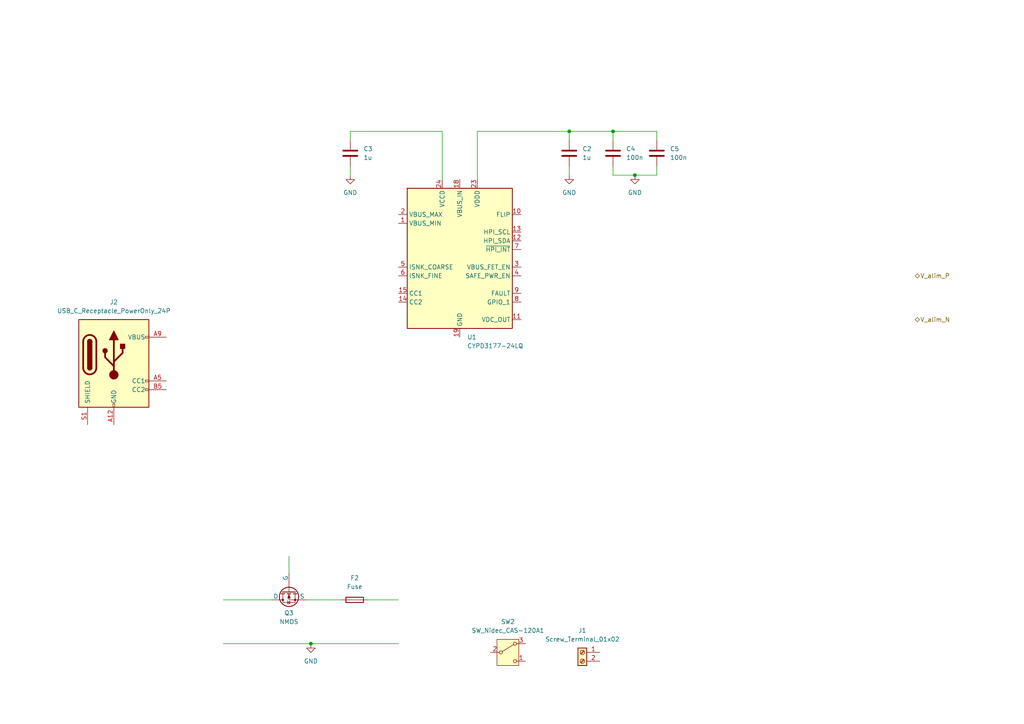
<source format=kicad_sch>
(kicad_sch (version 20250114) (generator "eeschema") (generator_version "9.0")
  (paper "A4")
  (lib_symbols
    (symbol "Connector:Screw_Terminal_01x02" (pin_names (offset 1.016) (hide yes))
      (property "Reference" "J" (at 0 2.54 0))
      (property "Value" "Screw_Terminal_01x02" (at 0 -5.08 0))
      (symbol "Screw_Terminal_01x02_1_1"
        (rectangle (start -1.27 1.27) (end 1.27 -3.81) (stroke (width 0.254)) (fill (type background)))
        (polyline (pts (xy -0.5334 0.3302) (xy 0.3302 -0.508)) (stroke (width 0.1524)))
        (polyline (pts (xy -0.5334 -2.2098) (xy 0.3302 -3.048)) (stroke (width 0.1524)))
        (polyline (pts (xy -0.3556 0.508) (xy 0.508 -0.3302)) (stroke (width 0.1524)))
        (polyline (pts (xy -0.3556 -2.032) (xy 0.508 -2.8702)) (stroke (width 0.1524)))
        (circle (center 0 0) (radius 0.635) (stroke (width 0.1524)))
        (circle (center 0 -2.54) (radius 0.635) (stroke (width 0.1524)))
        (pin passive line (at -5.08 0 0) (length 3.81) (name "Pin_1") (number "1"))
        (pin passive line (at -5.08 -2.54 0) (length 3.81) (name "Pin_2") (number "2"))
      )
    )
    (symbol "Connector:USB_C_Receptacle_PowerOnly_24P" (pin_names (offset 1.016))
      (property "Reference" "J" (at 0 16.51 0))
      (property "Value" "USB_C_Receptacle_PowerOnly_24P" (at 0 13.97 0))
      (symbol "USB_C_Receptacle_PowerOnly_24P_0_0"
        (rectangle (start -0.254 -12.7) (end 0.254 -11.684))
        (rectangle (start 10.16 7.874) (end 9.144 7.366))
        (rectangle (start 10.16 -4.826) (end 9.144 -5.334))
        (rectangle (start 10.16 -7.366) (end 9.144 -7.874))
      )
      (symbol "USB_C_Receptacle_PowerOnly_24P_0_1"
        (rectangle (start -10.16 12.7) (end 10.16 -12.7) (stroke (width 0.254)) (fill (type background)))
        (polyline (pts (xy -8.89 -1.27) (xy -8.89 6.35)) (stroke (width 0.508)))
        (rectangle (start -7.62 -1.27) (end -6.35 6.35) (stroke (width 0.254)) (fill (type outline)))
        (arc (start -7.62 6.35) (mid -6.985 6.9823) (end -6.35 6.35) (stroke (width 0.254)))
        (arc (start -7.62 6.35) (mid -6.985 6.9823) (end -6.35 6.35) (stroke (width 0.254)) (fill (type outline)))
        (arc (start -8.89 6.35) (mid -6.985 8.2467) (end -5.08 6.35) (stroke (width 0.508)))
        (arc (start -5.08 -1.27) (mid -6.985 -3.1667) (end -8.89 -1.27) (stroke (width 0.508)))
        (arc (start -6.35 -1.27) (mid -6.985 -1.9023) (end -7.62 -1.27) (stroke (width 0.254)))
        (arc (start -6.35 -1.27) (mid -6.985 -1.9023) (end -7.62 -1.27) (stroke (width 0.254)) (fill (type outline)))
        (polyline (pts (xy -5.08 6.35) (xy -5.08 -1.27)) (stroke (width 0.508)))
        (circle (center -2.54 3.683) (radius 0.635) (stroke (width 0.254)) (fill (type outline)))
        (polyline (pts (xy -1.27 6.858) (xy 0 9.398) (xy 1.27 6.858) (xy -1.27 6.858)) (stroke (width 0.254)) (fill (type outline)))
        (polyline (pts (xy 0 0.508) (xy 2.54 3.048) (xy 2.54 4.318)) (stroke (width 0.508)))
        (polyline (pts (xy 0 -0.762) (xy -2.54 1.778) (xy -2.54 3.048)) (stroke (width 0.508)))
        (polyline (pts (xy 0 -3.302) (xy 0 6.858)) (stroke (width 0.508)))
        (circle (center 0 -3.302) (radius 1.27) (fill (type outline)))
        (rectangle (start 1.905 4.318) (end 3.175 5.588) (stroke (width 0.254)) (fill (type outline)))
      )
      (symbol "USB_C_Receptacle_PowerOnly_24P_1_1"
        (pin passive line (at -7.62 -17.78 90) (length 5.08) (name "SHIELD") (number "S1"))
        (pin passive line (at 0 -17.78 90) (length 5.08) (hide yes) (name "GND") (number "A1"))
        (pin power_in line (at 0 -17.78 90) (length 5.08) (name "GND") (number "A12"))
        (pin passive line (at 0 -17.78 90) (length 5.08) (hide yes) (name "GND") (number "B1"))
        (pin passive line (at 0 -17.78 90) (length 5.08) (hide yes) (name "GND") (number "B12"))
        (pin passive line (at 15.24 7.62 180) (length 5.08) (hide yes) (name "VBUS") (number "A4"))
        (pin power_in line (at 15.24 7.62 180) (length 5.08) (name "VBUS") (number "A9"))
        (pin passive line (at 15.24 7.62 180) (length 5.08) (hide yes) (name "VBUS") (number "B4"))
        (pin passive line (at 15.24 7.62 180) (length 5.08) (hide yes) (name "VBUS") (number "B9"))
        (pin bidirectional line (at 15.24 -5.08 180) (length 5.08) (name "CC1") (number "A5"))
        (pin bidirectional line (at 15.24 -7.62 180) (length 5.08) (name "CC2") (number "B5"))
      )
    )
    (symbol "Device:C" (pin_numbers (hide yes)) (pin_names (offset 0.254))
      (property "Reference" "C" (at 0.635 2.54 0))
      (property "Value" "C" (at 0.635 -2.54 0))
      (symbol "C_0_1"
        (polyline (pts (xy -2.032 0.762) (xy 2.032 0.762)) (stroke (width 0.508)))
        (polyline (pts (xy -2.032 -0.762) (xy 2.032 -0.762)) (stroke (width 0.508)))
      )
      (symbol "C_1_1"
        (pin passive line (at 0 3.81 270) (length 2.794) (name "~") (number "1"))
        (pin passive line (at 0 -3.81 90) (length 2.794) (name "~") (number "2"))
      )
    )
    (symbol "Device:Fuse" (pin_numbers (hide yes)) (pin_names (offset 0))
      (property "Reference" "F" (at 2.032 0 90))
      (property "Value" "Fuse" (at -1.905 0 90))
      (symbol "Fuse_0_1"
        (rectangle (start -0.762 -2.54) (end 0.762 2.54) (stroke (width 0.254)))
        (polyline (pts (xy 0 2.54) (xy 0 -2.54)))
      )
      (symbol "Fuse_1_1"
        (pin passive line (at 0 3.81 270) (length 1.27) (name "~") (number "1"))
        (pin passive line (at 0 -3.81 90) (length 1.27) (name "~") (number "2"))
      )
    )
    (symbol "Interface_USB:CYPD3177-24LQ"
      (property "Reference" "U" (at -13.97 21.59 0))
      (property "Value" "CYPD3177-24LQ" (at 10.16 -21.59 0))
      (symbol "CYPD3177-24LQ_0_1"
        (rectangle (start -15.24 20.32) (end 15.24 -20.32) (stroke (width 0.254)) (fill (type background)))
      )
      (symbol "CYPD3177-24LQ_1_1"
        (pin input line (at -17.78 12.7 0) (length 2.54) (name "VBUS_MAX") (number "2"))
        (pin input line (at -17.78 10.16 0) (length 2.54) (name "VBUS_MIN") (number "1"))
        (pin input line (at -17.78 -2.54 0) (length 2.54) (name "ISNK_COARSE") (number "5"))
        (pin input line (at -17.78 -5.08 0) (length 2.54) (name "ISNK_FINE") (number "6"))
        (pin bidirectional line (at -17.78 -10.16 0) (length 2.54) (name "CC1") (number "15"))
        (pin bidirectional line (at -17.78 -12.7 0) (length 2.54) (name "CC2") (number "14"))
        (pin no_connect line (at -15.24 5.08 0) (length 2.54) (hide yes) (name "NC") (number "17"))
        (pin no_connect line (at -15.24 2.54 0) (length 2.54) (hide yes) (name "NC") (number "16"))
        (pin power_out line (at -5.08 22.86 270) (length 2.54) (name "VCCD") (number "24"))
        (pin power_in line (at 0 22.86 270) (length 2.54) (name "VBUS_IN") (number "18"))
        (pin power_in line (at 0 -22.86 90) (length 2.54) (name "GND") (number "19"))
        (pin passive line (at 0 -22.86 90) (length 2.54) (hide yes) (name "GND") (number "22"))
        (pin passive line (at 0 -22.86 90) (length 2.54) (hide yes) (name "GND") (number "25"))
        (pin power_out line (at 5.08 22.86 270) (length 2.54) (name "VDDD") (number "23"))
        (pin no_connect line (at 15.24 17.78 180) (length 2.54) (hide yes) (name "NC") (number "20"))
        (pin no_connect line (at 15.24 15.24 180) (length 2.54) (hide yes) (name "NC") (number "21"))
        (pin output line (at 17.78 12.7 180) (length 2.54) (name "FLIP") (number "10"))
        (pin bidirectional line (at 17.78 7.62 180) (length 2.54) (name "HPI_SCL") (number "13"))
        (pin bidirectional line (at 17.78 5.08 180) (length 2.54) (name "HPI_SDA") (number "12"))
        (pin input line (at 17.78 2.54 180) (length 2.54) (name "~{HPI_INT}") (number "7"))
        (pin output line (at 17.78 -2.54 180) (length 2.54) (name "VBUS_FET_EN") (number "3"))
        (pin output line (at 17.78 -5.08 180) (length 2.54) (name "SAFE_PWR_EN") (number "4"))
        (pin output line (at 17.78 -10.16 180) (length 2.54) (name "FAULT") (number "9"))
        (pin bidirectional line (at 17.78 -12.7 180) (length 2.54) (name "GPIO_1") (number "8"))
        (pin output line (at 17.78 -17.78 180) (length 2.54) (name "VDC_OUT") (number "11"))
      )
    )
    (symbol "Simulation_SPICE:NMOS" (pin_numbers (hide yes)) (pin_names (offset 0))
      (property "Reference" "Q" (at 5.08 1.27 0))
      (property "Value" "NMOS" (at 5.08 -1.27 0))
      (symbol "NMOS_0_1"
        (polyline (pts (xy 0.254 1.905) (xy 0.254 -1.905)) (stroke (width 0.254)))
        (polyline (pts (xy 0.254 0) (xy -2.54 0)))
        (polyline (pts (xy 0.762 2.286) (xy 0.762 1.27)) (stroke (width 0.254)))
        (polyline (pts (xy 0.762 0.508) (xy 0.762 -0.508)) (stroke (width 0.254)))
        (polyline (pts (xy 0.762 -1.27) (xy 0.762 -2.286)) (stroke (width 0.254)))
        (polyline (pts (xy 0.762 -1.778) (xy 3.302 -1.778) (xy 3.302 1.778) (xy 0.762 1.778)))
        (polyline (pts (xy 1.016 0) (xy 2.032 0.381) (xy 2.032 -0.381) (xy 1.016 0)) (fill (type outline)))
        (circle (center 1.651 0) (radius 2.794) (stroke (width 0.254)))
        (polyline (pts (xy 2.54 2.54) (xy 2.54 1.778)))
        (circle (center 2.54 1.778) (radius 0.254) (fill (type outline)))
        (circle (center 2.54 -1.778) (radius 0.254) (fill (type outline)))
        (polyline (pts (xy 2.54 -2.54) (xy 2.54 0) (xy 0.762 0)))
        (polyline (pts (xy 2.794 0.508) (xy 2.921 0.381) (xy 3.683 0.381) (xy 3.81 0.254)))
        (polyline (pts (xy 3.302 0.381) (xy 2.921 -0.254) (xy 3.683 -0.254) (xy 3.302 0.381)))
      )
      (symbol "NMOS_1_1"
        (pin input line (at -5.08 0 0) (length 2.54) (name "G") (number "2"))
        (pin passive line (at 2.54 5.08 270) (length 2.54) (name "D") (number "1"))
        (pin passive line (at 2.54 -5.08 90) (length 2.54) (name "S") (number "3"))
      )
    )
    (symbol "Switch:SW_Nidec_CAS-120A1" (pin_names (offset 1) (hide yes))
      (property "Reference" "SW" (at 0 4.318 0))
      (property "Value" "SW_Nidec_CAS-120A1" (at 0 -5.08 0))
      (symbol "SW_Nidec_CAS-120A1_0_1"
        (circle (center -2.032 0) (radius 0.4572))
        (polyline (pts (xy -1.651 0.254) (xy 1.651 2.286)))
        (circle (center 2.032 2.54) (radius 0.4572))
        (circle (center 2.032 -2.54) (radius 0.4572))
      )
      (symbol "SW_Nidec_CAS-120A1_1_1"
        (rectangle (start -3.175 3.81) (end 3.175 -3.81) (fill (type background)))
        (pin passive line (at -5.08 0 0) (length 2.54) (name "B") (number "2"))
        (pin passive line (at 5.08 2.54 180) (length 2.54) (name "A") (number "3"))
        (pin passive line (at 5.08 -2.54 180) (length 2.54) (name "C") (number "1"))
      )
    )
    (symbol "power:GND" (power) (pin_numbers (hide yes)) (pin_names (offset 0) (hide yes))
      (property "Value" "GND" (at 0 -3.81 0))
      (symbol "GND_0_1"
        (polyline (pts (xy 0 0) (xy 0 -1.27) (xy 1.27 -1.27) (xy 0 -2.54) (xy -1.27 -1.27) (xy 0 -1.27)))
      )
      (symbol "GND_1_1"
        (pin power_in line (at 0 0 270) (length 0) (name "~") (number "1"))
      )
    )
  )
  (junction (at 177.8 38.1))
  (junction (at 184.15 50.8))
  (junction (at 165.1 38.1))
  (junction (at 90.17 186.69))
  (wire (pts (xy 190.5 38.1) (xy 190.5 40.64)))
  (wire (pts (xy 165.1 38.1) (xy 138.43 38.1)))
  (wire (pts (xy 64.77 173.99) (xy 78.74 173.99)))
  (wire (pts (xy 177.8 40.64) (xy 177.8 38.1)))
  (wire (pts (xy 88.9 173.99) (xy 99.06 173.99)))
  (wire (pts (xy 184.15 50.8) (xy 190.5 50.8)))
  (wire (pts (xy 138.43 38.1) (xy 138.43 52.07)))
  (wire (pts (xy 83.82 161.29) (xy 83.82 166.37)))
  (wire (pts (xy 165.1 50.8) (xy 165.1 48.26)))
  (wire (pts (xy 177.8 48.26) (xy 177.8 50.8)))
  (wire (pts (xy 128.27 38.1) (xy 101.6 38.1)))
  (wire (pts (xy 64.77 186.69) (xy 90.17 186.69)))
  (wire (pts (xy 90.17 186.69) (xy 115.57 186.69)))
  (wire (pts (xy 165.1 38.1) (xy 177.8 38.1)))
  (wire (pts (xy 128.27 52.07) (xy 128.27 38.1)))
  (wire (pts (xy 101.6 50.8) (xy 101.6 48.26)))
  (wire (pts (xy 177.8 38.1) (xy 190.5 38.1)))
  (wire (pts (xy 101.6 38.1) (xy 101.6 40.64)))
  (wire (pts (xy 177.8 50.8) (xy 184.15 50.8)))
  (wire (pts (xy 165.1 40.64) (xy 165.1 38.1)))
  (wire (pts (xy 106.68 173.99) (xy 115.57 173.99)))
  (wire (pts (xy 190.5 48.26) (xy 190.5 50.8)))
  (hierarchical_label "V_alim_N" (shape bidirectional) (at 265.43 92.71 0))
  (hierarchical_label "V_alim_P" (shape bidirectional) (at 265.43 80.01 0))
  (symbol (lib_id "Device:C") (at 165.1 44.45 0) (unit 1)
    (property "Reference" "C2" (at 168.91 43.1799 0) (effects (justify left)))
    (property "Value" "1u" (at 168.91 45.7199 0) (effects (justify left)))
    (property "Description" "Unpolarized capacitor" (effects (hide yes)))
  )
  (symbol (lib_id "Device:C") (at 190.5 44.45 0) (unit 1)
    (property "Reference" "C5" (at 194.31 43.1799 0) (effects (justify left)))
    (property "Value" "100n" (at 194.31 45.7199 0) (effects (justify left)))
    (property "Description" "Unpolarized capacitor" (effects (hide yes)))
  )
  (symbol (lib_id "power:GND") (at 101.6 50.8 0) (unit 1)
    (property "Reference" "#PWR04" (effects (hide yes)))
    (property "Value" "GND" (at 101.6 55.88 0))
    (property "Description" "Power symbol creates a global label with name \"GND\" , ground" (effects (hide yes)))
  )
  (symbol (lib_id "Device:Fuse") (at 102.87 173.99 90) (unit 1)
    (property "Reference" "F2" (at 102.87 167.64 90))
    (property "Value" "Fuse" (at 102.87 170.18 90))
    (property "Description" "Fuse" (effects (hide yes)))
  )
  (symbol (lib_id "Device:C") (at 177.8 44.45 0) (unit 1)
    (property "Reference" "C4" (at 181.61 43.1799 0) (effects (justify left)))
    (property "Value" "100n" (at 181.61 45.7199 0) (effects (justify left)))
    (property "Description" "Unpolarized capacitor" (effects (hide yes)))
  )
  (symbol (lib_id "Interface_USB:CYPD3177-24LQ") (at 133.35 74.93 0) (unit 1)
    (property "Reference" "U1" (at 135.4933 97.79 0) (effects (justify left)))
    (property "Value" "CYPD3177-24LQ" (at 135.4933 100.33 0) (effects (justify left)))
    (property "Footprint" "Package_DFN_QFN:QFN-24-1EP_4x4mm_P0.5mm_EP2.75x2.75mm" (effects (hide yes)))
    (property "Datasheet" "https://www.infineon.com/dgdl/Infineon-EZ-PD_BCR_Datasheet_USB_Type-C_Port_Controller_for_Power_Sinks-DataSheet-v03_00-EN.pdf?fileId=8ac78c8c7d0d8da4017d0ee7ce9d70ad" (effects (hide yes)))
    (property "Description" "Stand-alone USB PD controller (with sink Auto-run mode), QFN-24" (effects (hide yes)))
  )
  (symbol (lib_id "Switch:SW_Nidec_CAS-120A1") (at 147.32 189.23 0) (unit 1)
    (property "Reference" "SW2" (at 147.32 180.34 0))
    (property "Value" "SW_Nidec_CAS-120A1" (at 147.32 182.88 0))
    (property "Footprint" "Button_Switch_SMD:Nidec_Copal_CAS-120A" (effects (hide yes)))
    (property "Datasheet" "https://www.nidec-components.com/e/catalog/switch/cas.pdf" (effects (hide yes)))
    (property "Description" "Switch, single pole double throw" (effects (hide yes)))
  )
  (symbol (lib_id "Device:C") (at 101.6 44.45 0) (unit 1)
    (property "Reference" "C3" (at 105.41 43.1799 0) (effects (justify left)))
    (property "Value" "1u" (at 105.41 45.7199 0) (effects (justify left)))
    (property "Description" "Unpolarized capacitor" (effects (hide yes)))
  )
  (symbol (lib_id "power:GND") (at 184.15 50.8 0) (unit 1)
    (property "Reference" "#PWR03" (effects (hide yes)))
    (property "Value" "GND" (at 184.15 55.88 0))
    (property "Description" "Power symbol creates a global label with name \"GND\" , ground" (effects (hide yes)))
  )
  (symbol (lib_id "power:GND") (at 90.17 186.69 0) (unit 1)
    (property "Reference" "#PWR06" (effects (hide yes)))
    (property "Value" "GND" (at 90.17 191.77 0))
    (property "Description" "Power symbol creates a global label with name \"GND\" , ground" (effects (hide yes)))
  )
  (symbol (lib_id "power:GND") (at 165.1 50.8 0) (unit 1)
    (property "Reference" "#PWR05" (effects (hide yes)))
    (property "Value" "GND" (at 165.1 55.88 0))
    (property "Description" "Power symbol creates a global label with name \"GND\" , ground" (effects (hide yes)))
  )
  (symbol (lib_id "Simulation_SPICE:NMOS") (at 83.82 171.45 90) (mirror x) (unit 1)
    (property "Reference" "Q3" (at 83.82 177.8 90))
    (property "Value" "NMOS" (at 83.82 180.34 90))
    (property "Datasheet" "https://ngspice.sourceforge.io/docs/ngspice-html-manual/manual.xhtml#cha_MOSFETs" (effects (hide yes)))
    (property "Description" "N-MOSFET transistor, drain/source/gate" (effects (hide yes)))
    (property "Sim.Device" "NMOS" (effects (hide yes)))
    (property "Sim.Type" "VDMOS" (effects (hide yes)))
    (property "Sim.Pins" "1=D 2=G 3=S" (effects (hide yes)))
  )
  (symbol (lib_id "Connector:USB_C_Receptacle_PowerOnly_24P") (at 33.02 105.41 0) (unit 1)
    (property "Reference" "J2" (at 33.02 87.63 0))
    (property "Value" "USB_C_Receptacle_PowerOnly_24P" (at 33.02 90.17 0))
    (property "Datasheet" "https://www.usb.org/sites/default/files/documents/usb_type-c.zip" (effects (hide yes)))
    (property "Description" "USB Power-Only 24P Type-C Receptacle connector" (effects (hide yes)))
  )
  (symbol (lib_id "Connector:Screw_Terminal_01x02") (at 168.91 189.23 0) (mirror y) (unit 1)
    (property "Reference" "J1" (at 168.91 182.88 0))
    (property "Value" "Screw_Terminal_01x02" (at 168.91 185.42 0))
    (property "Description" "Generic screw terminal, single row, 01x02, script generated (kicad-library-utils/schlib/autogen/connector/)" (effects (hide yes)))
  )
)
</source>
